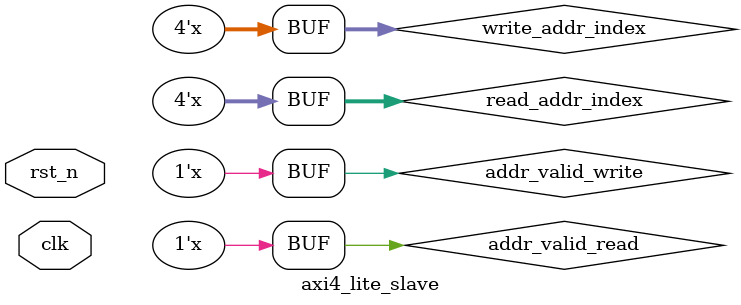
<source format=sv>
module axi4_lite_slave (
    input  logic            clk,
    input  logic            rst_n,
    axi4_lite_if.slave      axi_if 
);


    logic [31:0] register_bank [0:15];

 
    logic [3:0] write_addr_index, read_addr_index;
    logic       addr_valid_write, addr_valid_read;

    // 32-bit aligned word indices from byte address
    assign write_addr_index = axi_if.awaddr[5:2];
    assign read_addr_index  = axi_if.araddr[5:2];

    assign addr_valid_write = (axi_if.awaddr[1:0] == 2'b00) && (write_addr_index < 16);
    assign addr_valid_read  = (axi_if.araddr[1:0] == 2'b00) && (read_addr_index  < 16);

 
    typedef enum logic [1:0] { W_IDLE, W_ADDR, W_DATA, W_RESP } write_state_t;
    typedef enum logic [1:0] { R_IDLE, R_ADDR, R_DATA }         read_state_t;

    write_state_t write_state;
    read_state_t  read_state;

    // Sticky latches for write channel (to allow AW/W in any order)
    logic [31:0] awaddr_latched;
    logic        aw_captured;
    logic [31:0] wdata_latched;
    logic [3:0]  wstrb_latched;
    logic        w_captured;


    // Reset / init and FSMs

    integer i;
    always_ff @(posedge clk or negedge rst_n) begin
        if (!rst_n) begin
            // AXI outputs
            axi_if.awready <= 1'b0;
            axi_if.wready  <= 1'b0;
            axi_if.bvalid  <= 1'b0;
            axi_if.bresp   <= 2'b00;

            axi_if.arready <= 1'b0;
            axi_if.rvalid  <= 1'b0;
            axi_if.rresp   <= 2'b00;
            axi_if.rdata   <= 32'h0;

            // FSMs
            write_state    <= W_IDLE;
            read_state     <= R_IDLE;

            // Latches
            awaddr_latched <= 32'h0;
            wdata_latched  <= 32'h0;
            wstrb_latched  <= 4'h0;
            aw_captured    <= 1'b0;
            w_captured     <= 1'b0;

            // clear register bank
            for (i = 0; i < 16; i++) begin
                register_bank[i] <= 32'h0;
            end
        end
        else begin

            // WRITE CHANNEL FSM
            unique case (write_state)
                W_IDLE: begin
                    // Ready to accept a new write txn
                    axi_if.awready <= !aw_captured; // READY=1 if we haven't captured AW yet
                    axi_if.wready  <= !w_captured;  // READY=1 if we haven't captured W yet
                    axi_if.bvalid  <= 1'b0;

                    // Capture AW when handshake happens
                    if (axi_if.awvalid && axi_if.awready) begin
                        awaddr_latched <= axi_if.awaddr;
                        aw_captured    <= 1'b1;
                    end
                    // Capture W when handshake happens
                    if (axi_if.wvalid && axi_if.wready) begin
                        wdata_latched <= axi_if.wdata;
                        wstrb_latched <= axi_if.wstrb;
                        w_captured    <= 1'b1;
                    end

                    // Move forward when both AW and W captured
                    if (aw_captured && w_captured) begin
                        axi_if.awready <= 1'b0;
                        axi_if.wready  <= 1'b0;
                        write_state    <= W_ADDR;
                    end
                end

                W_ADDR: begin
                    // We have latched address & data; go write
                    write_state <= W_DATA;
                end

                W_DATA: begin
                    // Perform the write with byte enables (if address valid)
                    if ((awaddr_latched[1:0] == 2'b00) && (awaddr_latched[5:2] < 16)) begin
                        for (int b = 0; b < 4; b++) begin
                            if (wstrb_latched[b]) begin
                                register_bank[awaddr_latched[5:2]][8*b +: 8] <= wdata_latched[8*b +: 8];
                            end
                        end
                        axi_if.bresp <= 2'b00; // OKAY
                    end
                    else begin
                        axi_if.bresp <= 2'b10; // SLVERR for invalid/unaligned
                    end

                    // Prepare response
                    axi_if.bvalid   <= 1'b1;
                    aw_captured     <= 1'b0;
                    w_captured      <= 1'b0;

                    write_state <= W_RESP;
                end

                W_RESP: begin
                    // Hold BVALID until BREADY
                    if (axi_if.bvalid && axi_if.bready) begin
                        axi_if.bvalid <= 1'b0;
                        write_state   <= W_IDLE;
                    end
                end
            endcase

           
            // READ CHANNEL FSM
            unique case (read_state)
                R_IDLE: begin
                    // Ready to accept a new read address when we're not holding RVALID
                    axi_if.arready <= !axi_if.rvalid;

                    if (axi_if.arvalid && axi_if.arready) begin
                        read_state    <= R_ADDR;
                        axi_if.arready<= 1'b0; // consume address
                    end
                end

                R_ADDR: begin
                    // Do address decode & fetch
                    if (addr_valid_read) begin
                        axi_if.rdata <= register_bank[read_addr_index];
                        axi_if.rresp <= 2'b00; // OKAY
                    end
                    else begin
                        axi_if.rdata <= 32'h0;
                        axi_if.rresp <= 2'b10; // SLVERR
                    end
                    axi_if.rvalid <= 1'b1;
                    read_state    <= R_DATA;
                end

                R_DATA: begin
                    // Hold data/resp stable until RREADY
                    if (axi_if.rvalid && axi_if.rready) begin
                        axi_if.rvalid <= 1'b0;
                        read_state    <= R_IDLE;
                    end
                end
            endcase
        end
    end
endmodule
</source>
